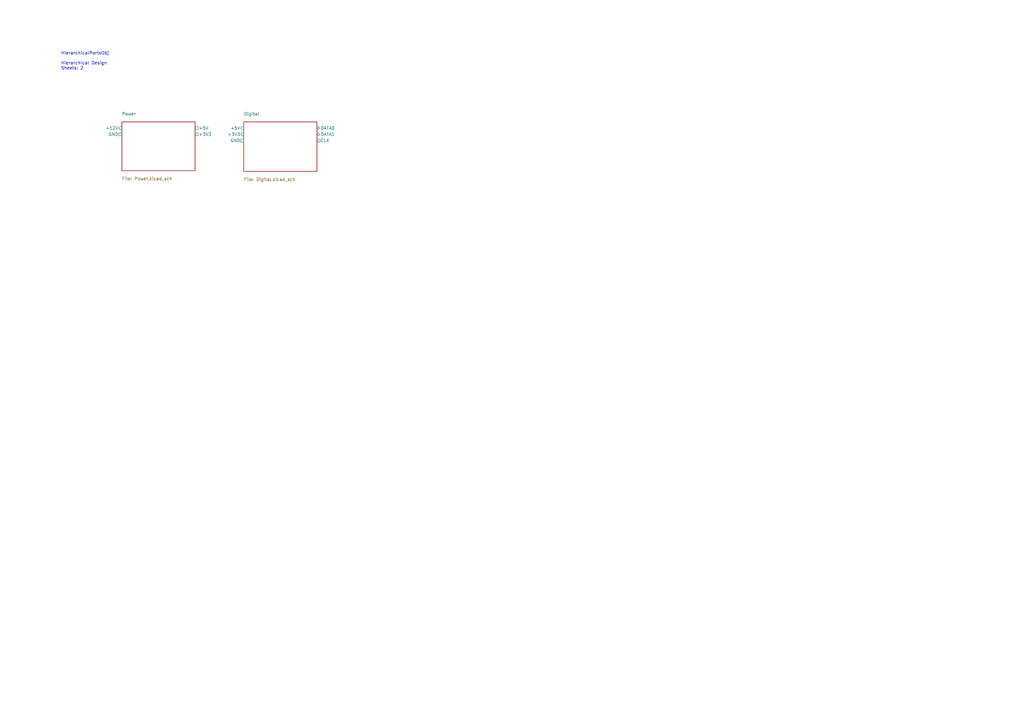
<source format=kicad_sch>
(kicad_sch (version 20250114) (generator "kicad_auto_builder") (generator_version "1.3.0")
  (paper "A3")
  (title_block (title "HierarchicalPortsObj") (date "2025-12-12") (rev "2.0") (company "My Company Inc.") (comment 1 "Ports Object Format Example") (comment 2 "Left/Right pin placement test"))
  (lib_symbols)
  (sheet (at 50.0 50.0) (size 30.0 20.0) (stroke (width 0.1524))
    (property "Sheetname" "Power" (at 50.0 47.46 0) (effects (justify left bottom)))
    (property "Sheetfile" "Power.kicad_sch" (at 50.0 72.54 0) (effects (justify left top)))
    (pin "+12V" input (at 50.0 52.54 180))
    (pin "GND" passive (at 50.0 55.08 180))
    (pin "+5V" output (at 80.0 52.54 0))
    (pin "+3V3" output (at 80.0 55.08 0))
  )
  (sheet (at 100.0 50.0) (size 30.0 20.32) (stroke (width 0.1524))
    (property "Sheetname" "Digital" (at 100.0 47.46 0) (effects (justify left bottom)))
    (property "Sheetfile" "Digital.kicad_sch" (at 100.0 72.86 0) (effects (justify left top)))
    (pin "+5V" input (at 100.0 52.54 180))
    (pin "+3V3" input (at 100.0 55.08 180))
    (pin "GND" passive (at 100.0 57.62 180))
    (pin "DATA0" bidirectional (at 130.0 52.54 0))
    (pin "DATA1" bidirectional (at 130.0 55.08 0))
    (pin "CLK" output (at 130.0 57.62 0))
  )
  (text "HierarchicalPortsObj\n\nHierarchical Design\nSheets: 2" (at 25.0 25.0 0) (effects (font (size 1.27 1.27)) (justify left)))
)
</source>
